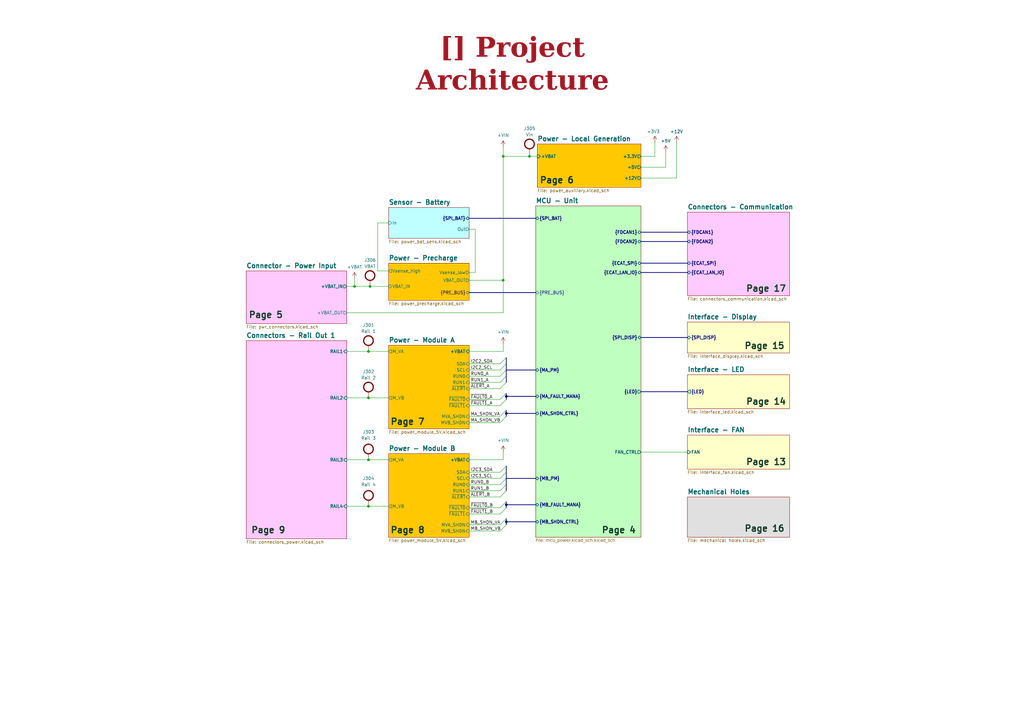
<source format=kicad_sch>
(kicad_sch (version 20230121) (generator eeschema)
  (paper "A3")
  (title_block (title "Project Architecture") (date "Last Modified Date") (rev "${REVISION}") (company "${COMPANY}"))
  (lib_symbols
    (symbol "+VBAT_1" (power) (pin_names (offset 0))
      (property "Value" "+VBAT_1" (at 0 4.826 0))
      (symbol "+VBAT_1_0_1"
        (polyline (pts (xy -0.762 1.27) (xy 0 2.54)))
        (polyline (pts (xy 0 0) (xy 0 2.54)))
        (polyline (pts (xy 0 2.54) (xy 0.762 1.27)))
      )
      (symbol "+VBAT_1_1_1"
        (pin power_in line (at 0 0 90) (length 0) hide (name "+VIN") (number "1"))
      )
    )
    (symbol "0_connectors:Solder Pad" (pin_numbers hide) (pin_names (offset 0.762) hide)
      (property "Reference" "J" (at 0 10.795 0))
      (property "Value" "Solder Pad" (at 0 8.255 0))
      (symbol "Solder Pad_1_1"
        (circle (center 0 4.445) (radius 1.9716) (stroke (width 0.5)))
        (pin passive line (at 0 0 90) (length 2.54) (name "1") (number "1"))
      )
    )
    (symbol "0_power_symbols:+VBAT" (power) (pin_names (offset 0))
      (property "Value" "+VBAT" (at 0 3.556 0))
      (symbol "+VBAT_0_1"
        (polyline (pts (xy -0.762 1.27) (xy 0 2.54)))
        (polyline (pts (xy 0 0) (xy 0 2.54)))
        (polyline (pts (xy 0 2.54) (xy 0.762 1.27)))
      )
      (symbol "+VBAT_1_1"
        (pin power_in line (at 0 0 90) (length 0) hide (name "+VBAT") (number "1"))
      )
    )
    (symbol "power:+12V" (power) (pin_names (offset 0))
      (property "Value" "+12V" (at 0 3.556 0))
      (symbol "+12V_0_1"
        (polyline (pts (xy -0.762 1.27) (xy 0 2.54)))
        (polyline (pts (xy 0 0) (xy 0 2.54)))
        (polyline (pts (xy 0 2.54) (xy 0.762 1.27)))
      )
      (symbol "+12V_1_1"
        (pin power_in line (at 0 0 90) (length 0) hide (name "+12V") (number "1"))
      )
    )
    (symbol "power:+3V3" (power) (pin_names (offset 0))
      (property "Value" "+3V3" (at 0 3.556 0))
      (symbol "+3V3_0_1"
        (polyline (pts (xy -0.762 1.27) (xy 0 2.54)))
        (polyline (pts (xy 0 0) (xy 0 2.54)))
        (polyline (pts (xy 0 2.54) (xy 0.762 1.27)))
      )
      (symbol "+3V3_1_1"
        (pin power_in line (at 0 0 90) (length 0) hide (name "+3V3") (number "1"))
      )
    )
    (symbol "power:+5V" (power) (pin_names (offset 0))
      (property "Value" "+5V" (at 0 3.556 0))
      (symbol "+5V_0_1"
        (polyline (pts (xy -0.762 1.27) (xy 0 2.54)))
        (polyline (pts (xy 0 0) (xy 0 2.54)))
        (polyline (pts (xy 0 2.54) (xy 0.762 1.27)))
      )
      (symbol "+5V_1_1"
        (pin power_in line (at 0 0 90) (length 0) hide (name "+5V") (number "1"))
      )
    )
  )
  (junction (at 151.13 188.595))
  (junction (at 151.13 207.645))
  (junction (at 151.13 144.145))
  (junction (at 206.375 114.935))
  (junction (at 207.645 162.56))
  (junction (at 207.645 169.545))
  (junction (at 207.645 213.995))
  (junction (at 145.415 117.475))
  (junction (at 151.13 163.195))
  (junction (at 206.375 64.135))
  (junction (at 207.645 207.01))
  (junction (at 217.17 64.135))
  (junction (at 151.765 117.475))
  (bus_entry (at 205.105 217.805) (size 2.54 -2.54))
  (bus_entry (at 205.105 149.225) (size 2.54 -2.54))
  (bus_entry (at 205.105 151.765) (size 2.54 -2.54))
  (bus_entry (at 205.105 173.355) (size 2.54 -2.54))
  (bus_entry (at 205.105 166.37) (size 2.54 -2.54))
  (bus_entry (at 205.105 208.28) (size 2.54 -2.54))
  (bus_entry (at 205.105 201.295) (size 2.54 -2.54))
  (bus_entry (at 205.105 154.305) (size 2.54 -2.54))
  (bus_entry (at 205.105 193.675) (size 2.54 -2.54))
  (bus_entry (at 205.105 198.755) (size 2.54 -2.54))
  (bus_entry (at 205.105 196.215) (size 2.54 -2.54))
  (bus_entry (at 205.105 156.845) (size 2.54 -2.54))
  (bus_entry (at 205.105 210.82) (size 2.54 -2.54))
  (bus_entry (at 205.105 163.83) (size 2.54 -2.54))
  (bus_entry (at 205.105 215.265) (size 2.54 -2.54))
  (bus_entry (at 205.105 203.835) (size 2.54 -2.54))
  (bus_entry (at 205.105 159.385) (size 2.54 -2.54))
  (bus_entry (at 205.105 170.815) (size 2.54 -2.54))
  (bus (pts (xy 207.645 191.135) (xy 207.645 193.675)))
  (wire (pts (xy 206.375 185.42) (xy 206.375 188.595)))
  (wire (pts (xy 262.89 64.135) (xy 268.605 64.135)))
  (wire (pts (xy 192.405 154.305) (xy 205.105 154.305)))
  (wire (pts (xy 273.05 62.23) (xy 273.05 68.58)))
  (wire (pts (xy 192.405 198.755) (xy 205.105 198.755)))
  (wire (pts (xy 192.405 215.265) (xy 205.105 215.265)))
  (bus (pts (xy 207.645 169.545) (xy 207.645 170.815)))
  (bus (pts (xy 207.645 193.675) (xy 207.645 196.215)))
  (bus (pts (xy 207.645 213.995) (xy 207.645 215.265)))
  (wire (pts (xy 151.13 163.195) (xy 159.385 163.195)))
  (bus (pts (xy 207.645 169.545) (xy 219.71 169.545)))
  (wire (pts (xy 154.94 91.44) (xy 159.385 91.44)))
  (wire (pts (xy 192.405 166.37) (xy 205.105 166.37)))
  (wire (pts (xy 262.89 185.42) (xy 281.94 185.42)))
  (wire (pts (xy 192.405 203.835) (xy 205.105 203.835)))
  (wire (pts (xy 206.375 144.145) (xy 192.405 144.145)))
  (wire (pts (xy 217.17 64.135) (xy 220.345 64.135)))
  (bus (pts (xy 262.89 95.25) (xy 281.94 95.25)))
  (bus (pts (xy 207.645 162.56) (xy 207.645 163.83)))
  (bus (pts (xy 207.645 196.215) (xy 207.645 198.755)))
  (wire (pts (xy 206.375 128.27) (xy 206.375 114.935)))
  (wire (pts (xy 192.405 173.355) (xy 205.105 173.355)))
  (wire (pts (xy 192.405 201.295) (xy 205.105 201.295)))
  (wire (pts (xy 206.375 64.135) (xy 217.17 64.135)))
  (bus (pts (xy 207.645 146.685) (xy 207.645 149.225)))
  (wire (pts (xy 217.17 63.5) (xy 217.17 64.135)))
  (bus (pts (xy 207.645 212.725) (xy 207.645 213.995)))
  (wire (pts (xy 142.24 144.145) (xy 151.13 144.145)))
  (wire (pts (xy 192.405 210.82) (xy 205.105 210.82)))
  (wire (pts (xy 192.405 217.805) (xy 205.105 217.805)))
  (wire (pts (xy 192.405 151.765) (xy 205.105 151.765)))
  (wire (pts (xy 192.405 114.935) (xy 206.375 114.935)))
  (wire (pts (xy 194.945 111.76) (xy 192.405 111.76)))
  (bus (pts (xy 207.645 205.74) (xy 207.645 207.01)))
  (wire (pts (xy 154.94 111.125) (xy 159.385 111.125)))
  (wire (pts (xy 142.24 163.195) (xy 151.13 163.195)))
  (bus (pts (xy 207.645 162.56) (xy 219.71 162.56)))
  (bus (pts (xy 262.89 138.43) (xy 281.94 138.43)))
  (wire (pts (xy 206.375 188.595) (xy 192.405 188.595)))
  (wire (pts (xy 206.375 140.97) (xy 206.375 144.145)))
  (wire (pts (xy 192.405 193.675) (xy 205.105 193.675)))
  (bus (pts (xy 207.645 161.29) (xy 207.645 162.56)))
  (bus (pts (xy 207.645 198.755) (xy 207.645 201.295)))
  (wire (pts (xy 206.375 114.935) (xy 206.375 64.135)))
  (bus (pts (xy 192.405 120.015) (xy 219.71 120.015)))
  (wire (pts (xy 142.24 117.475) (xy 145.415 117.475)))
  (wire (pts (xy 192.405 208.28) (xy 205.105 208.28)))
  (wire (pts (xy 145.415 117.475) (xy 151.765 117.475)))
  (bus (pts (xy 262.89 99.06) (xy 281.94 99.06)))
  (wire (pts (xy 262.89 73.025) (xy 277.495 73.025)))
  (bus (pts (xy 207.645 149.225) (xy 207.645 151.765)))
  (bus (pts (xy 207.645 207.01) (xy 207.645 208.28)))
  (bus (pts (xy 207.645 196.215) (xy 219.71 196.215)))
  (bus (pts (xy 207.645 213.995) (xy 219.71 213.995)))
  (wire (pts (xy 154.94 111.125) (xy 154.94 91.44)))
  (wire (pts (xy 151.13 207.645) (xy 159.385 207.645)))
  (wire (pts (xy 268.605 58.42) (xy 268.605 64.135)))
  (wire (pts (xy 277.495 58.42) (xy 277.495 73.025)))
  (bus (pts (xy 192.405 89.535) (xy 219.71 89.535)))
  (wire (pts (xy 192.405 156.845) (xy 205.105 156.845)))
  (wire (pts (xy 262.89 68.58) (xy 273.05 68.58)))
  (wire (pts (xy 142.24 207.645) (xy 151.13 207.645)))
  (wire (pts (xy 194.945 93.98) (xy 192.405 93.98)))
  (wire (pts (xy 192.405 159.385) (xy 205.105 159.385)))
  (wire (pts (xy 192.405 170.815) (xy 205.105 170.815)))
  (wire (pts (xy 142.24 188.595) (xy 151.13 188.595)))
  (wire (pts (xy 192.405 163.83) (xy 205.105 163.83)))
  (bus (pts (xy 207.645 168.275) (xy 207.645 169.545)))
  (wire (pts (xy 151.13 188.595) (xy 159.385 188.595)))
  (wire (pts (xy 142.24 128.27) (xy 206.375 128.27)))
  (bus (pts (xy 262.89 111.76) (xy 281.94 111.76)))
  (wire (pts (xy 192.405 196.215) (xy 205.105 196.215)))
  (bus (pts (xy 207.645 207.01) (xy 219.71 207.01)))
  (wire (pts (xy 145.415 114.3) (xy 145.415 117.475)))
  (bus (pts (xy 207.645 151.765) (xy 219.71 151.765)))
  (wire (pts (xy 206.375 60.325) (xy 206.375 64.135)))
  (bus (pts (xy 262.89 107.95) (xy 281.94 107.95)))
  (bus (pts (xy 262.89 160.655) (xy 281.94 160.655)))
  (wire (pts (xy 151.765 117.475) (xy 159.385 117.475)))
  (wire (pts (xy 151.13 144.145) (xy 159.385 144.145)))
  (bus (pts (xy 207.645 151.765) (xy 207.645 154.305)))
  (wire (pts (xy 194.945 93.98) (xy 194.945 111.76)))
  (bus (pts (xy 207.645 154.305) (xy 207.645 156.845)))
  (wire (pts (xy 192.405 149.225) (xy 205.105 149.225)))
  (text_box "[${#}] ${TITLE}" (at 144.78 20.32 0) (size 130.81 12.7) (stroke (width -0.0001)) (effects (font (size 8 8) (thickness 1.2) bold)))
  (text "Page 15" (at 321.945 143.51 0) (effects (font (size 2.54 2.54) bold) (justify right bottom)))
  (text "Page 8" (at 160.02 219.075 0) (effects (font (size 2.54 2.54) bold) (justify left bottom)))
  (text "Page 7" (at 160.02 174.625 0) (effects (font (size 2.54 2.54) bold) (justify left bottom)))
  (text "Page 13" (at 322.58 191.135 0) (effects (font (size 2.54 2.54) bold) (justify right bottom)))
  (text "Page 4" (at 260.985 219.075 0) (effects (font (size 2.54 2.54) bold) (justify right bottom)))
  (text "Page 6" (at 235.585 75.565 0) (effects (font (size 2.54 2.54) bold) (justify right bottom)))
  (text "Page 5\n" (at 116.205 130.81 0) (effects (font (size 2.54 2.54) bold) (justify right bottom)))
  (text "Page 14" (at 322.58 166.37 0) (effects (font (size 2.54 2.54) bold) (justify right bottom)))
  (text "Page 16" (at 321.945 218.44 0) (effects (font (size 2.54 2.54) bold) (justify right bottom)))
  (text "Page 17" (at 322.58 120.015 0) (effects (font (size 2.54 2.54) bold) (justify right bottom)))
  (text "Page 9" (at 102.87 219.075 0) (effects (font (size 2.54 2.54) bold) (justify left bottom)))
  (label "MA_SHDN_VA" (at 193.04 170.815 0))
  (label "RUN1_B" (at 193.04 201.295 0))
  (label "I2C2_SDA" (at 193.04 149.225 0))
  (label "I2C2_SCL" (at 193.04 151.765 0))
  (label "MA_SHDN_VB" (at 193.04 173.355 0))
  (label "~{ALERT}_A" (at 193.04 159.385 0))
  (label "~{FAULT1}_A" (at 193.04 166.37 0))
  (label "I2C3_SCL" (at 193.04 196.215 0))
  (label "RUN0_A" (at 193.04 154.305 0))
  (label "MB_SHDN_VA" (at 193.04 215.265 0))
  (label "~{FAULT1}_B" (at 193.04 210.82 0))
  (label "I2C3_SDA" (at 193.04 193.675 0))
  (label "~{FAULT0}_A" (at 193.04 163.83 0))
  (label "MB_SHDN_VB" (at 193.04 217.805 0))
  (label "~{ALERT}_B" (at 193.04 203.835 0))
  (label "~{FAULT0}_B" (at 193.04 208.28 0))
  (label "RUN1_A" (at 193.04 156.845 0))
  (label "RUN0_B" (at 193.04 198.755 0))
  (symbol (lib_id "power:+5V") (at 273.05 62.23 0) (unit 1)
    (property "Reference" "#PWR0303" (effects hide))
    (property "Value" "+5V" (at 273.05 57.785 0))
  )
  (symbol (lib_id "0_connectors:Solder Pad") (at 151.13 144.145 0) (unit 1) (in_bom no)
    (property "Reference" "J301" (at 151.13 133.35 0))
    (property "Value" "Rail 1" (at 151.13 135.89 0))
    (property "Footprint" "0_pad:Pad_Square_Vias_6.5x6.5mm" (effects hide))
  )
  (symbol (lib_id "0_connectors:Solder Pad") (at 151.13 188.595 0) (unit 1) (in_bom no)
    (property "Reference" "J303" (at 151.13 177.165 0))
    (property "Value" "Rail 3" (at 151.13 179.705 0))
    (property "Footprint" "0_pad:Pad_Square_Vias_6.5x6.5mm" (effects hide))
  )
  (symbol (lib_id "power:+12V") (at 277.495 58.42 0) (unit 1)
    (property "Reference" "#PWR0304" (effects hide))
    (property "Value" "+12V" (at 277.495 53.975 0))
  )
  (symbol (lib_id "0_connectors:Solder Pad") (at 151.13 163.195 0) (unit 1) (in_bom no)
    (property "Reference" "J302" (at 151.13 152.4 0))
    (property "Value" "Rail 2" (at 151.13 154.94 0))
    (property "Footprint" "0_pad:Pad_Square_Vias_6.5x6.5mm" (effects hide))
  )
  (symbol (lib_id "0_connectors:Solder Pad") (at 151.765 117.475 0) (unit 1) (in_bom no)
    (property "Reference" "J306" (at 151.765 106.68 0))
    (property "Value" "VBAT" (at 151.765 109.22 0))
    (property "Footprint" "0_pad:Pad_Square_Vias_6.5x6.5mm" (effects hide))
  )
  (symbol (lib_id "power:+3V3") (at 268.605 58.42 0) (unit 1)
    (property "Reference" "#PWR0302" (effects hide))
    (property "Value" "+3V3" (at 267.97 53.975 0))
  )
  (symbol (lib_id "0_connectors:Solder Pad") (at 217.17 63.5 0) (unit 1) (in_bom no)
    (property "Reference" "J305" (at 217.17 52.705 0))
    (property "Value" "Vin" (at 217.17 55.245 0))
    (property "Footprint" "0_pad:Pad_Square_Vias_6.5x6.5mm" (effects hide))
  )
  (symbol (lib_name "+VBAT_1") (lib_id "0_power_symbols:+VBAT") (at 206.375 60.325 0) (unit 1)
    (property "Reference" "#PWR02" (effects hide))
    (property "Value" "+VIN" (at 206.375 55.499 0))
    (instances (project "smps_legged_robot" (path "" (reference "#PWR02") (unit 1)) (path "" (reference "#PWR0305") (unit 1))))
  )
  (symbol (lib_name "+VBAT_1") (lib_id "0_power_symbols:+VBAT") (at 206.375 140.97 0) (mirror y) (unit 1)
    (property "Reference" "#PWR02" (effects hide))
    (property "Value" "+VIN" (at 206.375 136.144 0))
    (instances (project "smps_legged_robot" (path "" (reference "#PWR02") (unit 1)) (path "" (reference "#PWR0308") (unit 1))))
  )
  (symbol (lib_id "0_connectors:Solder Pad") (at 151.13 207.645 0) (unit 1) (in_bom no)
    (property "Reference" "J304" (at 151.13 196.215 0))
    (property "Value" "Rail 4" (at 151.13 198.755 0))
    (property "Footprint" "0_pad:Pad_Square_Vias_6.5x6.5mm" (effects hide))
  )
  (symbol (lib_id "0_power_symbols:+VBAT") (at 145.415 114.3 0) (unit 1)
    (property "Reference" "#PWR02" (effects hide))
    (property "Value" "+VBAT" (at 145.415 109.474 0))
    (instances (project "smps_legged_robot" (path "" (reference "#PWR02") (unit 1)) (path "" (reference "#PWR0301") (unit 1))))
  )
  (symbol (lib_name "+VBAT_1") (lib_id "0_power_symbols:+VBAT") (at 206.375 185.42 0) (mirror y) (unit 1)
    (property "Reference" "#PWR02" (effects hide))
    (property "Value" "+VIN" (at 206.375 180.594 0))
    (instances (project "smps_legged_robot" (path "" (reference "#PWR02") (unit 1)) (path "" (reference "#PWR0309") (unit 1))))
  )
  (sheet (at 100.965 139.7) (size 41.275 81.28) (fill (color 255 150 255 0.5020))
    (property "Sheetname" "Connectors - Rail Out 1" (at 100.965 138.6709 0) (effects (font (size 1.905 1.905) bold) (justify left bottom)))
    (property "Sheetfile" "connectors_power.kicad_sch" (at 100.965 221.5646 0) (effects (justify left top)))
    (pin "RAIL3" input (at 142.24 188.595 0) (effects (font (thickness 0.254) bold)))
    (pin "RAIL1" input (at 142.24 144.145 0) (effects (font (thickness 0.254) bold)))
    (pin "RAIL4" input (at 142.24 207.645 0) (effects (font (thickness 0.254) bold)))
    (pin "RAIL2" input (at 142.24 163.195 0) (effects (font (thickness 0.254) bold)))
  )
  (sheet (at 159.385 107.95) (size 33.02 15.24) (stroke (width 0.1524)) (fill (color 255 200 0 1.0000))
    (property "Sheetname" "Power - Precharge" (at 159.385 106.9209 0) (effects (font (size 1.905 1.905) bold) (justify left bottom)))
    (property "Sheetfile" "power_precharge.kicad_sch" (at 159.385 123.7746 0) (effects (justify left top)))
    (pin "VBAT_IN" input (at 159.385 117.475 180))
    (pin "VBAT_OUT" output (at 192.405 114.935 0))
    (pin "Vsense_low" output (at 192.405 111.76 0))
    (pin "Vsense_high" output (at 159.385 111.125 180))
    (pin "{PRE_BUS}" bidirectional (at 192.405 120.015 0))
  )
  (sheet (at 281.94 203.835) (size 41.91 16.51) (stroke (width 0.1524)) (fill (color 0 0 0 0.1216))
    (property "Sheetname" "Mechanical Holes" (at 281.94 202.8059 0) (effects (font (size 1.905 1.905) bold) (justify left bottom)))
    (property "Sheetfile" "mechanical holes.kicad_sch" (at 281.94 220.9296 0) (effects (justify left top)))
  )
  (sheet (at 281.94 178.435) (size 41.91 13.97) (stroke (width 0.1524)) (fill (color 255 255 150 0.5020))
    (property "Sheetname" "Interface - FAN " (at 281.94 177.4059 0) (effects (font (size 1.905 1.905) bold) (justify left bottom)))
    (property "Sheetfile" "interface_fan.kicad_sch" (at 281.94 192.9896 0) (effects (justify left top)))
    (pin "FAN" input (at 281.94 185.42 180) (effects (font (thickness 0.254) bold)))
  )
  (sheet (at 159.385 141.605) (size 33.02 34.29) (stroke (width 0.1524)) (fill (color 255 200 0 1.0000))
    (property "Sheetname" "Power - Module A" (at 159.385 140.5759 0) (effects (font (size 1.905 1.905) bold) (justify left bottom)))
    (property "Sheetfile" "power_module_5V.kicad_sch" (at 159.385 176.4796 0) (effects (justify left top)))
    (pin "+VBAT" input (at 192.405 144.145 0) (effects (font (thickness 0.254) bold)))
    (pin "M_VA" output (at 159.385 144.145 180))
    (pin "M_VB" output (at 159.385 163.195 180))
    (pin "SDA" input (at 192.405 149.225 0))
    (pin "RUN1" input (at 192.405 156.845 0))
    (pin "SCL" input (at 192.405 151.765 0))
    (pin "RUN0" input (at 192.405 154.305 0))
    (pin "~{FAULT0}" input (at 192.405 163.83 0))
    (pin "~{FAULT1}" input (at 192.405 166.37 0))
    (pin "~{ALERT}" input (at 192.405 159.385 0))
    (pin "MVA_SHDN" input (at 192.405 170.815 0))
    (pin "MVB_SHDN" input (at 192.405 173.355 0))
  )
  (sheet (at 281.94 86.995) (size 41.91 34.29) (stroke (width 0.1524)) (fill (color 255 150 255 0.5020))
    (property "Sheetname" "Connectors - Communication" (at 281.94 85.9659 0) (effects (font (size 1.905 1.905) bold) (justify left bottom)))
    (property "Sheetfile" "connectors_communication.kicad_sch" (at 281.94 121.8696 0) (effects (justify left top)))
    (pin "{ECAT_SPI}" bidirectional (at 281.94 107.95 180) (effects (font (thickness 0.254) bold)))
    (pin "{FDCAN1}" bidirectional (at 281.94 95.25 180) (effects (font (thickness 0.254) bold)))
    (pin "{FDCAN2}" bidirectional (at 281.94 99.06 180) (effects (font (thickness 0.254) bold)))
    (pin "{ECAT_LAN_IO}" bidirectional (at 281.94 111.76 180) (effects (font (thickness 0.254) bold)))
  )
  (sheet (at 219.71 84.455) (size 43.18 135.89) (stroke (width 0.1524)) (fill (color 128 255 128 0.5000))
    (property "Sheetname" "MCU - Unit" (at 219.71 83.4259 0) (effects (font (size 1.905 1.905) bold) (justify left bottom)))
    (property "Sheetfile" "mcu_power.kicad_sch.kicad_sch" (at 219.71 220.9296 0) (effects (justify left top)))
    (pin "{LED}" output (at 262.89 160.655 0) (effects (font (thickness 0.254) bold)))
    (pin "{MB_PM}" bidirectional (at 219.71 196.215 180) (effects (font (thickness 0.254) bold)))
    (pin "{MA_PM}" bidirectional (at 219.71 151.765 180) (effects (font (thickness 0.254) bold)))
    (pin "{SPI_DISP}" bidirectional (at 262.89 138.43 0) (effects (font (thickness 0.254) bold)))
    (pin "FAN_CTRL" output (at 262.89 185.42 0) (effects (font (thickness 0.254) bold)))
    (pin "{ECAT_LAN_IO}" bidirectional (at 262.89 111.76 0) (effects (font (thickness 0.254) bold)))
    (pin "{SPI_BAT}" bidirectional (at 219.71 89.535 180) (effects (font (thickness 0.254) bold)))
    (pin "{ECAT_SPI}" bidirectional (at 262.89 107.95 0) (effects (font (thickness 0.254) bold)))
    (pin "{MB_FAULT_MANA}" bidirectional (at 219.71 207.01 180) (effects (font (thickness 0.254) bold)))
    (pin "{MA_FAULT_MANA}" bidirectional (at 219.71 162.56 180) (effects (font (thickness 0.254) bold)))
    (pin "{MB_SHDN_CTRL}" bidirectional (at 219.71 213.995 180) (effects (font (thickness 0.254) bold)))
    (pin "{MA_SHDN_CTRL}" bidirectional (at 219.71 169.545 180) (effects (font (thickness 0.254) bold)))
    (pin "{FDCAN1}" bidirectional (at 262.89 95.25 0) (effects (font (thickness 0.254) bold)))
    (pin "{FDCAN2}" bidirectional (at 262.89 99.06 0) (effects (font (thickness 0.254) bold)))
    (pin "{PRE_BUS}" bidirectional (at 219.71 120.015 180))
  )
  (sheet (at 100.965 111.125) (size 41.275 21.59) (stroke (width 0.1524)) (fill (color 255 150 255 0.5020))
    (property "Sheetname" "Connector - Power Input" (at 100.965 110.0959 0) (effects (font (size 1.905 1.905) bold) (justify left bottom)))
    (property "Sheetfile" "pwr_connectors.kicad_sch" (at 100.965 133.2996 0) (effects (justify left top)))
    (pin "+VBAT_IN" output (at 142.24 117.475 0) (effects (font (thickness 0.254) bold)))
    (pin "+VBAT_OUT" output (at 142.24 128.27 0))
  )
  (sheet (at 220.345 59.055) (size 42.545 17.78) (stroke (width 0.1524)) (fill (color 255 200 0 1.0000))
    (property "Sheetname" "Power - Local Generation" (at 220.345 58.0259 0) (effects (font (size 1.905 1.905) bold) (justify left bottom)))
    (property "Sheetfile" "power_auxiliary.kicad_sch" (at 220.345 77.4196 0) (effects (justify left top)))
    (pin "+3.3V" output (at 262.89 64.135 0) (effects (font (thickness 0.254) bold)))
    (pin "+5V" output (at 262.89 68.58 0) (effects (font (thickness 0.254) bold)))
    (pin "+VBAT" input (at 220.345 64.135 180) (effects (font (thickness 0.254) bold)))
    (pin "+12V" output (at 262.89 73.025 0) (effects (font (thickness 0.254) bold)))
  )
  (sheet (at 159.385 186.055) (size 33.02 34.29) (stroke (width 0.1524)) (fill (color 255 200 0 1.0000))
    (property "Sheetname" "Power - Module B" (at 159.385 185.0259 0) (effects (font (size 1.905 1.905) bold) (justify left bottom)))
    (property "Sheetfile" "power_module_5V.kicad_sch" (at 159.385 220.9296 0) (effects (justify left top)))
    (pin "+VBAT" input (at 192.405 188.595 0) (effects (font (thickness 0.254) bold)))
    (pin "M_VA" output (at 159.385 188.595 180))
    (pin "M_VB" output (at 159.385 207.645 180))
    (pin "SDA" input (at 192.405 193.675 0))
    (pin "RUN1" input (at 192.405 201.295 0))
    (pin "SCL" input (at 192.405 196.215 0))
    (pin "RUN0" input (at 192.405 198.755 0))
    (pin "~{FAULT0}" input (at 192.405 208.28 0))
    (pin "MVA_SHDN" input (at 192.405 215.265 0))
    (pin "MVB_SHDN" input (at 192.405 217.805 0))
    (pin "~{FAULT1}" input (at 192.405 210.82 0))
    (pin "~{ALERT}" input (at 192.405 203.835 0))
  )
  (sheet (at 159.385 85.09) (size 33.02 12.7) (stroke (width 0.1524)) (fill (color 128 255 255 0.5020))
    (property "Sheetname" "Sensor - Battery" (at 159.385 84.0609 0) (effects (font (size 1.905 1.905) bold) (justify left bottom)))
    (property "Sheetfile" "power_bat_sens.kicad_sch" (at 159.385 98.3746 0) (effects (justify left top)))
    (pin "Out" output (at 192.405 93.98 0))
    (pin "In" input (at 159.385 91.44 180))
    (pin "{SPI_BAT}" bidirectional (at 192.405 89.535 0) (effects (font (thickness 0.254) bold)))
  )
  (sheet (at 281.94 153.67) (size 41.91 13.97) (stroke (width 0.1524)) (fill (color 255 255 150 0.5020))
    (property "Sheetname" "Interface - LED" (at 281.94 152.6409 0) (effects (font (size 1.905 1.905) bold) (justify left bottom)))
    (property "Sheetfile" "interface_led.kicad_sch" (at 281.94 168.2246 0) (effects (justify left top)))
    (pin "{LED}" output (at 281.94 160.655 180) (effects (font (thickness 0.254) bold)))
  )
  (sheet (at 281.94 132.08) (size 41.91 12.7) (stroke (width 0.1524)) (fill (color 255 255 150 0.5020))
    (property "Sheetname" "Interface - Display" (at 281.94 131.0509 0) (effects (font (size 1.905 1.905) bold) (justify left bottom)))
    (property "Sheetfile" "interface_display.kicad_sch" (at 281.94 145.3646 0) (effects (justify left top)))
    (pin "{SPI_DISP}" bidirectional (at 281.94 138.43 180) (effects (font (thickness 0.254) bold)))
  )
)
</source>
